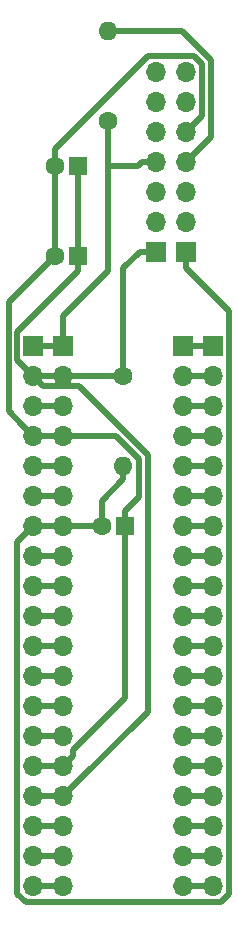
<source format=gbr>
G04 #@! TF.GenerationSoftware,KiCad,Pcbnew,(5.0.1)-4*
G04 #@! TF.CreationDate,2019-04-02T09:27:58-04:00*
G04 #@! TF.ProjectId,MSP430F2274,4D535034333046323237342E6B696361,rev?*
G04 #@! TF.SameCoordinates,Original*
G04 #@! TF.FileFunction,Copper,L1,Top,Signal*
G04 #@! TF.FilePolarity,Positive*
%FSLAX46Y46*%
G04 Gerber Fmt 4.6, Leading zero omitted, Abs format (unit mm)*
G04 Created by KiCad (PCBNEW (5.0.1)-4) date 4/2/2019 9:27:58 AM*
%MOMM*%
%LPD*%
G01*
G04 APERTURE LIST*
G04 #@! TA.AperFunction,ComponentPad*
%ADD10R,1.600000X1.600000*%
G04 #@! TD*
G04 #@! TA.AperFunction,ComponentPad*
%ADD11C,1.600000*%
G04 #@! TD*
G04 #@! TA.AperFunction,ComponentPad*
%ADD12O,1.600000X1.600000*%
G04 #@! TD*
G04 #@! TA.AperFunction,ComponentPad*
%ADD13R,1.700000X1.700000*%
G04 #@! TD*
G04 #@! TA.AperFunction,ComponentPad*
%ADD14O,1.700000X1.700000*%
G04 #@! TD*
G04 #@! TA.AperFunction,Conductor*
%ADD15C,0.500000*%
G04 #@! TD*
G04 APERTURE END LIST*
D10*
G04 #@! TO.P,C2,1*
G04 #@! TO.N,/VCC_TOOL*
X100330000Y-62230000D03*
D11*
G04 #@! TO.P,C2,2*
G04 #@! TO.N,/GND*
X98330000Y-62230000D03*
G04 #@! TD*
D10*
G04 #@! TO.P,C1,1*
G04 #@! TO.N,/VCC_TOOL*
X100330000Y-69850000D03*
D11*
G04 #@! TO.P,C1,2*
G04 #@! TO.N,/GND*
X98330000Y-69850000D03*
G04 #@! TD*
D10*
G04 #@! TO.P,C3,1*
G04 #@! TO.N,/GND*
X104300000Y-92710000D03*
D11*
G04 #@! TO.P,C3,2*
G04 #@! TO.N,/TDO_TDI*
X102300000Y-92710000D03*
G04 #@! TD*
D12*
G04 #@! TO.P,R2,2*
G04 #@! TO.N,/TDO_TDI*
X104140000Y-87630000D03*
D11*
G04 #@! TO.P,R2,1*
G04 #@! TO.N,/VCC_TOOL*
X104140000Y-80010000D03*
G04 #@! TD*
D13*
G04 #@! TO.P,J1,1*
G04 #@! TO.N,/TDO_TDI*
X109444340Y-69480456D03*
D14*
G04 #@! TO.P,J1,2*
G04 #@! TO.N,Net-(J1-Pad2)*
X109444340Y-66940456D03*
G04 #@! TO.P,J1,3*
G04 #@! TO.N,Net-(J1-Pad3)*
X109444340Y-64400456D03*
G04 #@! TO.P,J1,4*
G04 #@! TO.N,/TCK*
X109444340Y-61860456D03*
G04 #@! TO.P,J1,5*
G04 #@! TO.N,/GND*
X109444340Y-59320456D03*
G04 #@! TO.P,J1,6*
G04 #@! TO.N,Net-(J1-Pad6)*
X109444340Y-56780456D03*
G04 #@! TO.P,J1,7*
G04 #@! TO.N,Net-(J1-Pad7)*
X109444340Y-54240456D03*
G04 #@! TD*
G04 #@! TO.P,J2,7*
G04 #@! TO.N,Net-(J2-Pad7)*
X106904340Y-54240456D03*
G04 #@! TO.P,J2,6*
G04 #@! TO.N,Net-(J2-Pad6)*
X106904340Y-56780456D03*
G04 #@! TO.P,J2,5*
G04 #@! TO.N,Net-(J2-Pad5)*
X106904340Y-59320456D03*
G04 #@! TO.P,J2,4*
G04 #@! TO.N,/TEST_VPP*
X106904340Y-61860456D03*
G04 #@! TO.P,J2,3*
G04 #@! TO.N,Net-(J2-Pad3)*
X106904340Y-64400456D03*
G04 #@! TO.P,J2,2*
G04 #@! TO.N,Net-(J2-Pad2)*
X106904340Y-66940456D03*
D13*
G04 #@! TO.P,J2,1*
G04 #@! TO.N,/VCC_TOOL*
X106904340Y-69480456D03*
G04 #@! TD*
G04 #@! TO.P,J3,1*
G04 #@! TO.N,/38*
X109220000Y-77470000D03*
D14*
G04 #@! TO.P,J3,2*
G04 #@! TO.N,/37*
X109220000Y-80010000D03*
G04 #@! TO.P,J3,3*
G04 #@! TO.N,/36*
X109220000Y-82550000D03*
G04 #@! TO.P,J3,4*
G04 #@! TO.N,/35*
X109220000Y-85090000D03*
G04 #@! TO.P,J3,5*
G04 #@! TO.N,/34*
X109220000Y-87630000D03*
G04 #@! TO.P,J3,6*
G04 #@! TO.N,/33*
X109220000Y-90170000D03*
G04 #@! TO.P,J3,7*
G04 #@! TO.N,/32*
X109220000Y-92710000D03*
G04 #@! TO.P,J3,8*
G04 #@! TO.N,/31*
X109220000Y-95250000D03*
G04 #@! TO.P,J3,9*
G04 #@! TO.N,/30*
X109220000Y-97790000D03*
G04 #@! TO.P,J3,10*
G04 #@! TO.N,/29*
X109220000Y-100330000D03*
G04 #@! TO.P,J3,11*
G04 #@! TO.N,/28*
X109220000Y-102870000D03*
G04 #@! TO.P,J3,12*
G04 #@! TO.N,/27*
X109220000Y-105410000D03*
G04 #@! TO.P,J3,13*
G04 #@! TO.N,/26*
X109220000Y-107950000D03*
G04 #@! TO.P,J3,14*
G04 #@! TO.N,/25*
X109220000Y-110490000D03*
G04 #@! TO.P,J3,15*
G04 #@! TO.N,/24*
X109220000Y-113030000D03*
G04 #@! TO.P,J3,16*
G04 #@! TO.N,/23*
X109220000Y-115570000D03*
G04 #@! TO.P,J3,17*
G04 #@! TO.N,/22*
X109220000Y-118110000D03*
G04 #@! TO.P,J3,18*
G04 #@! TO.N,/21*
X109220000Y-120650000D03*
G04 #@! TO.P,J3,19*
G04 #@! TO.N,/20*
X109220000Y-123190000D03*
G04 #@! TD*
D13*
G04 #@! TO.P,J4,1*
G04 #@! TO.N,/TEST_VPP*
X99060000Y-77470000D03*
D14*
G04 #@! TO.P,J4,2*
G04 #@! TO.N,/VCC_TOOL*
X99060000Y-80010000D03*
G04 #@! TO.P,J4,3*
G04 #@! TO.N,/3*
X99060000Y-82550000D03*
G04 #@! TO.P,J4,4*
G04 #@! TO.N,/GND*
X99060000Y-85090000D03*
G04 #@! TO.P,J4,5*
G04 #@! TO.N,/5*
X99060000Y-87630000D03*
G04 #@! TO.P,J4,6*
G04 #@! TO.N,/6*
X99060000Y-90170000D03*
G04 #@! TO.P,J4,7*
G04 #@! TO.N,/TDO_TDI*
X99060000Y-92710000D03*
G04 #@! TO.P,J4,8*
G04 #@! TO.N,/8*
X99060000Y-95250000D03*
G04 #@! TO.P,J4,9*
G04 #@! TO.N,/9*
X99060000Y-97790000D03*
G04 #@! TO.P,J4,10*
G04 #@! TO.N,/10*
X99060000Y-100330000D03*
G04 #@! TO.P,J4,11*
G04 #@! TO.N,/11*
X99060000Y-102870000D03*
G04 #@! TO.P,J4,12*
G04 #@! TO.N,/12*
X99060000Y-105410000D03*
G04 #@! TO.P,J4,13*
G04 #@! TO.N,/13*
X99060000Y-107950000D03*
G04 #@! TO.P,J4,14*
G04 #@! TO.N,/14*
X99060000Y-110490000D03*
G04 #@! TO.P,J4,15*
G04 #@! TO.N,/GND*
X99060000Y-113030000D03*
G04 #@! TO.P,J4,16*
G04 #@! TO.N,/VCC_TOOL*
X99060000Y-115570000D03*
G04 #@! TO.P,J4,17*
G04 #@! TO.N,/17*
X99060000Y-118110000D03*
G04 #@! TO.P,J4,18*
G04 #@! TO.N,/18*
X99060000Y-120650000D03*
G04 #@! TO.P,J4,19*
G04 #@! TO.N,/19*
X99060000Y-123190000D03*
G04 #@! TD*
G04 #@! TO.P,J5,19*
G04 #@! TO.N,/20*
X111760000Y-123190000D03*
G04 #@! TO.P,J5,18*
G04 #@! TO.N,/21*
X111760000Y-120650000D03*
G04 #@! TO.P,J5,17*
G04 #@! TO.N,/22*
X111760000Y-118110000D03*
G04 #@! TO.P,J5,16*
G04 #@! TO.N,/23*
X111760000Y-115570000D03*
G04 #@! TO.P,J5,15*
G04 #@! TO.N,/24*
X111760000Y-113030000D03*
G04 #@! TO.P,J5,14*
G04 #@! TO.N,/25*
X111760000Y-110490000D03*
G04 #@! TO.P,J5,13*
G04 #@! TO.N,/26*
X111760000Y-107950000D03*
G04 #@! TO.P,J5,12*
G04 #@! TO.N,/27*
X111760000Y-105410000D03*
G04 #@! TO.P,J5,11*
G04 #@! TO.N,/28*
X111760000Y-102870000D03*
G04 #@! TO.P,J5,10*
G04 #@! TO.N,/29*
X111760000Y-100330000D03*
G04 #@! TO.P,J5,9*
G04 #@! TO.N,/30*
X111760000Y-97790000D03*
G04 #@! TO.P,J5,8*
G04 #@! TO.N,/31*
X111760000Y-95250000D03*
G04 #@! TO.P,J5,7*
G04 #@! TO.N,/32*
X111760000Y-92710000D03*
G04 #@! TO.P,J5,6*
G04 #@! TO.N,/33*
X111760000Y-90170000D03*
G04 #@! TO.P,J5,5*
G04 #@! TO.N,/34*
X111760000Y-87630000D03*
G04 #@! TO.P,J5,4*
G04 #@! TO.N,/35*
X111760000Y-85090000D03*
G04 #@! TO.P,J5,3*
G04 #@! TO.N,/36*
X111760000Y-82550000D03*
G04 #@! TO.P,J5,2*
G04 #@! TO.N,/37*
X111760000Y-80010000D03*
D13*
G04 #@! TO.P,J5,1*
G04 #@! TO.N,/38*
X111760000Y-77470000D03*
G04 #@! TD*
D14*
G04 #@! TO.P,J6,19*
G04 #@! TO.N,/19*
X96520000Y-123190000D03*
G04 #@! TO.P,J6,18*
G04 #@! TO.N,/18*
X96520000Y-120650000D03*
G04 #@! TO.P,J6,17*
G04 #@! TO.N,/17*
X96520000Y-118110000D03*
G04 #@! TO.P,J6,16*
G04 #@! TO.N,/VCC_TOOL*
X96520000Y-115570000D03*
G04 #@! TO.P,J6,15*
G04 #@! TO.N,/GND*
X96520000Y-113030000D03*
G04 #@! TO.P,J6,14*
G04 #@! TO.N,/14*
X96520000Y-110490000D03*
G04 #@! TO.P,J6,13*
G04 #@! TO.N,/13*
X96520000Y-107950000D03*
G04 #@! TO.P,J6,12*
G04 #@! TO.N,/12*
X96520000Y-105410000D03*
G04 #@! TO.P,J6,11*
G04 #@! TO.N,/11*
X96520000Y-102870000D03*
G04 #@! TO.P,J6,10*
G04 #@! TO.N,/10*
X96520000Y-100330000D03*
G04 #@! TO.P,J6,9*
G04 #@! TO.N,/9*
X96520000Y-97790000D03*
G04 #@! TO.P,J6,8*
G04 #@! TO.N,/8*
X96520000Y-95250000D03*
G04 #@! TO.P,J6,7*
G04 #@! TO.N,/TDO_TDI*
X96520000Y-92710000D03*
G04 #@! TO.P,J6,6*
G04 #@! TO.N,/6*
X96520000Y-90170000D03*
G04 #@! TO.P,J6,5*
G04 #@! TO.N,/5*
X96520000Y-87630000D03*
G04 #@! TO.P,J6,4*
G04 #@! TO.N,/GND*
X96520000Y-85090000D03*
G04 #@! TO.P,J6,3*
G04 #@! TO.N,/3*
X96520000Y-82550000D03*
G04 #@! TO.P,J6,2*
G04 #@! TO.N,/VCC_TOOL*
X96520000Y-80010000D03*
D13*
G04 #@! TO.P,J6,1*
G04 #@! TO.N,/TEST_VPP*
X96520000Y-77470000D03*
G04 #@! TD*
D11*
G04 #@! TO.P,R1,1*
G04 #@! TO.N,/TEST_VPP*
X102870000Y-58420000D03*
D12*
G04 #@! TO.P,R1,2*
G04 #@! TO.N,/TCK*
X102870000Y-50800000D03*
G04 #@! TD*
D15*
G04 #@! TO.N,/GND*
X96520000Y-85090000D02*
X99060000Y-85090000D01*
X96520000Y-113030000D02*
X99060000Y-113030000D01*
X98330000Y-60816794D02*
X98330000Y-61098630D01*
X106256339Y-52890455D02*
X98330000Y-60816794D01*
X110794341Y-53592455D02*
X110092341Y-52890455D01*
X110794341Y-57970455D02*
X110794341Y-53592455D01*
X110092341Y-52890455D02*
X106256339Y-52890455D01*
X109444340Y-59320456D02*
X110794341Y-57970455D01*
X98330000Y-63361370D02*
X98330000Y-69850000D01*
X98330000Y-62230000D02*
X98330000Y-63361370D01*
X95670001Y-84240001D02*
X96520000Y-85090000D01*
X94419990Y-82989990D02*
X95670001Y-84240001D01*
X94419990Y-73760010D02*
X94419990Y-82989990D01*
X98330000Y-69850000D02*
X94419990Y-73760010D01*
X98330000Y-61098630D02*
X98330000Y-62230000D01*
X104300000Y-94010000D02*
X104300000Y-92710000D01*
X104300000Y-107248002D02*
X104300000Y-94010000D01*
X99909999Y-111638003D02*
X104300000Y-107248002D01*
X99909999Y-112180001D02*
X99909999Y-111638003D01*
X99060000Y-113030000D02*
X99909999Y-112180001D01*
X104300000Y-91410000D02*
X104300000Y-92710000D01*
X105440001Y-90269999D02*
X104300000Y-91410000D01*
X105440001Y-87005999D02*
X105440001Y-90269999D01*
X103524002Y-85090000D02*
X105440001Y-87005999D01*
X99060000Y-85090000D02*
X103524002Y-85090000D01*
G04 #@! TO.N,/VCC_TOOL*
X96520000Y-80010000D02*
X99060000Y-80010000D01*
X96520000Y-115570000D02*
X99060000Y-115570000D01*
X100330000Y-62230000D02*
X100330000Y-69850000D01*
X95670001Y-79160001D02*
X96520000Y-80010000D01*
X95169999Y-78659999D02*
X95670001Y-79160001D01*
X95169999Y-76310001D02*
X95169999Y-78659999D01*
X100330000Y-71150000D02*
X95169999Y-76310001D01*
X100330000Y-69850000D02*
X100330000Y-71150000D01*
X99060000Y-80010000D02*
X104140000Y-80010000D01*
X105554340Y-69480456D02*
X106904340Y-69480456D01*
X104140000Y-70894796D02*
X105554340Y-69480456D01*
X104140000Y-80010000D02*
X104140000Y-70894796D01*
X99909999Y-114720001D02*
X99060000Y-115570000D01*
X106190011Y-108439989D02*
X99909999Y-114720001D01*
X106190011Y-86695335D02*
X106190011Y-108439989D01*
X100354675Y-80859999D02*
X106190011Y-86695335D01*
X97369999Y-80859999D02*
X100354675Y-80859999D01*
X96520000Y-80010000D02*
X97369999Y-80859999D01*
G04 #@! TO.N,/TDO_TDI*
X96520000Y-92710000D02*
X99060000Y-92710000D01*
X102300000Y-91578630D02*
X102300000Y-92710000D01*
X102300000Y-90601370D02*
X102300000Y-91578630D01*
X104140000Y-88761370D02*
X102300000Y-90601370D01*
X104140000Y-87630000D02*
X104140000Y-88761370D01*
X99060000Y-92710000D02*
X102300000Y-92710000D01*
X95670001Y-93559999D02*
X96520000Y-92710000D01*
X95169999Y-94060001D02*
X95670001Y-93559999D01*
X95169999Y-123838001D02*
X95169999Y-94060001D01*
X95871999Y-124540001D02*
X95169999Y-123838001D01*
X113110001Y-123838001D02*
X112408001Y-124540001D01*
X113110001Y-74496117D02*
X113110001Y-123838001D01*
X112408001Y-124540001D02*
X95871999Y-124540001D01*
X109444340Y-70830456D02*
X113110001Y-74496117D01*
X109444340Y-69480456D02*
X109444340Y-70830456D01*
G04 #@! TO.N,/TCK*
X110294339Y-61010457D02*
X109444340Y-61860456D01*
X111544351Y-59760445D02*
X110294339Y-61010457D01*
X111544351Y-53281791D02*
X111544351Y-59760445D01*
X109062560Y-50800000D02*
X111544351Y-53281791D01*
X102870000Y-50800000D02*
X109062560Y-50800000D01*
G04 #@! TO.N,/TEST_VPP*
X96520000Y-77470000D02*
X99060000Y-77470000D01*
X102870000Y-59551370D02*
X102870000Y-58420000D01*
X99060000Y-74914122D02*
X102870000Y-71104122D01*
X99060000Y-77470000D02*
X99060000Y-74914122D01*
X105332715Y-62230000D02*
X102870000Y-62230000D01*
X105702259Y-61860456D02*
X105332715Y-62230000D01*
X106904340Y-61860456D02*
X105702259Y-61860456D01*
X102870000Y-71104122D02*
X102870000Y-62230000D01*
X102870000Y-62230000D02*
X102870000Y-59551370D01*
G04 #@! TO.N,/20*
X109220000Y-123190000D02*
X111760000Y-123190000D01*
G04 #@! TO.N,/21*
X109220000Y-120650000D02*
X111760000Y-120650000D01*
G04 #@! TO.N,/22*
X109220000Y-118110000D02*
X111760000Y-118110000D01*
G04 #@! TO.N,/23*
X109220000Y-115570000D02*
X111760000Y-115570000D01*
G04 #@! TO.N,/24*
X109220000Y-113030000D02*
X111760000Y-113030000D01*
G04 #@! TO.N,/25*
X109220000Y-110490000D02*
X111760000Y-110490000D01*
G04 #@! TO.N,/26*
X109220000Y-107950000D02*
X111760000Y-107950000D01*
G04 #@! TO.N,/27*
X109220000Y-105410000D02*
X111760000Y-105410000D01*
G04 #@! TO.N,/28*
X109220000Y-102870000D02*
X111760000Y-102870000D01*
G04 #@! TO.N,/29*
X109220000Y-100330000D02*
X111760000Y-100330000D01*
G04 #@! TO.N,/30*
X109220000Y-97790000D02*
X111760000Y-97790000D01*
G04 #@! TO.N,/31*
X109220000Y-95250000D02*
X111760000Y-95250000D01*
G04 #@! TO.N,/32*
X109220000Y-92710000D02*
X111760000Y-92710000D01*
G04 #@! TO.N,/33*
X109220000Y-90170000D02*
X111760000Y-90170000D01*
G04 #@! TO.N,/34*
X109220000Y-87630000D02*
X111760000Y-87630000D01*
G04 #@! TO.N,/35*
X109220000Y-85090000D02*
X111760000Y-85090000D01*
G04 #@! TO.N,/36*
X109220000Y-82550000D02*
X111760000Y-82550000D01*
G04 #@! TO.N,/37*
X109220000Y-80010000D02*
X111760000Y-80010000D01*
G04 #@! TO.N,/38*
X109220000Y-77470000D02*
X111760000Y-77470000D01*
G04 #@! TO.N,/3*
X96520000Y-82550000D02*
X99060000Y-82550000D01*
G04 #@! TO.N,/5*
X96520000Y-87630000D02*
X99060000Y-87630000D01*
G04 #@! TO.N,/6*
X96520000Y-90170000D02*
X99060000Y-90170000D01*
G04 #@! TO.N,/8*
X96520000Y-95250000D02*
X99060000Y-95250000D01*
G04 #@! TO.N,/9*
X96520000Y-97790000D02*
X99060000Y-97790000D01*
G04 #@! TO.N,/10*
X96520000Y-100330000D02*
X99060000Y-100330000D01*
G04 #@! TO.N,/11*
X96520000Y-102870000D02*
X99060000Y-102870000D01*
G04 #@! TO.N,/12*
X96520000Y-105410000D02*
X99060000Y-105410000D01*
G04 #@! TO.N,/13*
X96520000Y-107950000D02*
X99060000Y-107950000D01*
G04 #@! TO.N,/14*
X96520000Y-110490000D02*
X99060000Y-110490000D01*
G04 #@! TO.N,/17*
X96520000Y-118110000D02*
X99060000Y-118110000D01*
G04 #@! TO.N,/18*
X96520000Y-120650000D02*
X99060000Y-120650000D01*
G04 #@! TO.N,/19*
X96520000Y-123190000D02*
X99060000Y-123190000D01*
G04 #@! TD*
M02*

</source>
